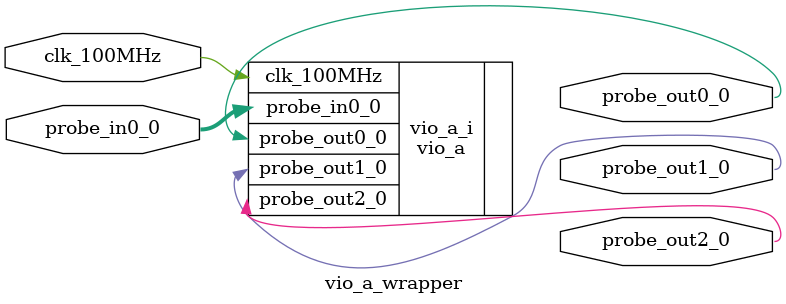
<source format=v>
`timescale 1 ps / 1 ps

module vio_a_wrapper
   (clk_100MHz,
    probe_in0_0,
    probe_out0_0,
    probe_out1_0,
    probe_out2_0);
  input clk_100MHz;
  input [3:0]probe_in0_0;
  output [0:0]probe_out0_0;
  output [0:0]probe_out1_0;
  output [0:0]probe_out2_0;

  wire clk_100MHz;
  wire [3:0]probe_in0_0;
  wire [0:0]probe_out0_0;
  wire [0:0]probe_out1_0;
  wire [0:0]probe_out2_0;

  vio_a vio_a_i
       (.clk_100MHz(clk_100MHz),
        .probe_in0_0(probe_in0_0),
        .probe_out0_0(probe_out0_0),
        .probe_out1_0(probe_out1_0),
        .probe_out2_0(probe_out2_0));
endmodule

</source>
